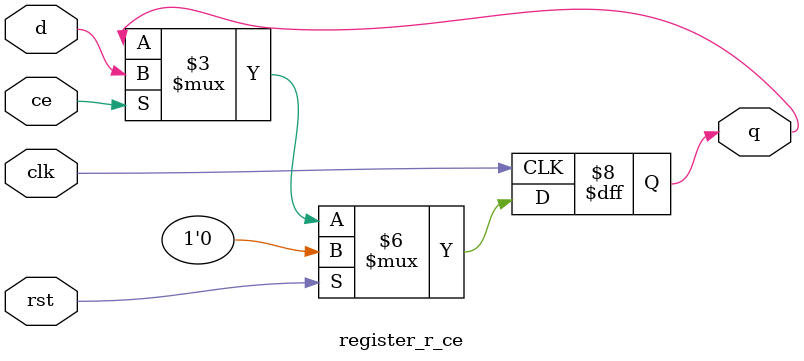
<source format=v>

module register_r #(
	parameter N    = 1,
	parameter INIT = {N{1'b0}}
) (
	input      [N-1:0] d,
	output reg [N-1:0] q,
	input rst, clk
);
initial q = INIT;
always @(posedge clk)
	if (rst)
		q <= INIT;
	else
		q <= d;
endmodule

module register_r_ce #(
	parameter N    = 1,
	parameter INIT = {N{1'b0}}
) (
	input      [N-1:0] d,
	output reg [N-1:0] q,
	input rst, ce, clk
);
initial q = INIT;
always @(posedge clk)
	if (rst)
		q <= INIT;
	else if (ce)
		q <= d;
endmodule

</source>
